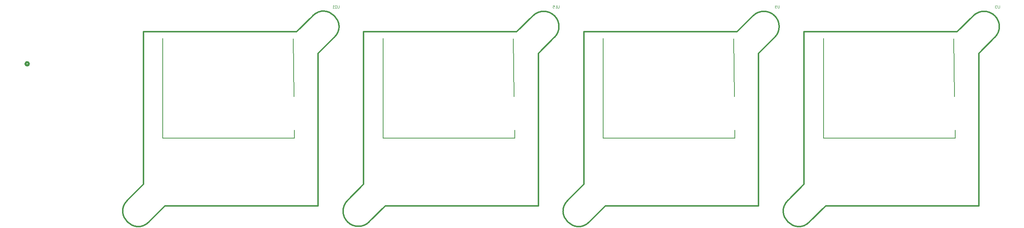
<source format=gbo>
G04*
G04 #@! TF.GenerationSoftware,Altium Limited,Altium Designer,22.1.2 (22)*
G04*
G04 Layer_Color=32896*
%FSLAX44Y44*%
%MOMM*%
G71*
G04*
G04 #@! TF.SameCoordinates,E8DC7784-5412-4491-ADA6-3D39AB0E1C33*
G04*
G04*
G04 #@! TF.FilePolarity,Positive*
G04*
G01*
G75*
%ADD10C,0.3000*%
%ADD11C,0.5080*%
%ADD19C,0.1000*%
%ADD126C,0.1270*%
D10*
X303100Y142825D02*
G03*
X352688Y93419I24794J-24703D01*
G01*
X776861Y517592D02*
G03*
X727455Y567180I-24703J24794D01*
G01*
X807199Y142825D02*
G03*
X856788Y93419I24794J-24703D01*
G01*
X1280961Y517592D02*
G03*
X1231554Y567180I-24703J24794D01*
G01*
X1311299Y142825D02*
G03*
X1360887Y93419I24794J-24703D01*
G01*
X1785060Y517592D02*
G03*
X1735654Y567180I-24703J24794D01*
G01*
X1815398Y142825D02*
G03*
X1864986Y93419I24794J-24703D01*
G01*
X2289160Y517592D02*
G03*
X2239753Y567180I-24703J24794D01*
G01*
X740004Y130276D02*
Y480869D01*
X352688Y93418D02*
X389411Y130276D01*
X740004D01*
X303100Y142825D02*
X340004Y179865D01*
Y530276D02*
X690415D01*
X727455Y567180D01*
X740004Y480869D02*
X776861Y517592D01*
X340004Y179865D02*
Y530276D01*
X1244103Y130276D02*
Y480869D01*
X856788Y93418D02*
X893510Y130276D01*
X1244103D01*
X807199Y142825D02*
X844103Y179865D01*
Y530276D02*
X1194515D01*
X1231554Y567180D01*
X1244103Y480869D02*
X1280961Y517592D01*
X844103Y179865D02*
Y530276D01*
X1748203Y130276D02*
Y480869D01*
X1360887Y93418D02*
X1397609Y130276D01*
X1748203D01*
X1311299Y142825D02*
X1348203Y179865D01*
Y530276D02*
X1698614D01*
X1735654Y567180D01*
X1748203Y480869D02*
X1785060Y517592D01*
X1348203Y179865D02*
Y530276D01*
X2252302Y130276D02*
Y480869D01*
X1864986Y93418D02*
X1901709Y130276D01*
X2252302D01*
X1815398Y142825D02*
X1852302Y179865D01*
Y530276D02*
X2202713D01*
X2239753Y567180D01*
X2252302Y480869D02*
X2289160Y517592D01*
X1852302Y179865D02*
Y530276D01*
D11*
X77500Y456720D02*
G03*
X77500Y456720I-3810J0D01*
G01*
D19*
X787654Y590960D02*
Y585962D01*
X786654Y584962D01*
X784655D01*
X783655Y585962D01*
Y590960D01*
X777657Y584962D02*
X781656D01*
X777657Y588961D01*
Y589960D01*
X778657Y590960D01*
X780656D01*
X781656Y589960D01*
X775658Y584962D02*
X773659D01*
X774658D01*
Y590960D01*
X775658Y589960D01*
X1291844Y590960D02*
Y585962D01*
X1290844Y584962D01*
X1288845D01*
X1287845Y585962D01*
Y590960D01*
X1285846Y584962D02*
X1283846D01*
X1284846D01*
Y590960D01*
X1285846Y589960D01*
X1276849Y590960D02*
X1280847D01*
Y587961D01*
X1278848Y588961D01*
X1277849D01*
X1276849Y587961D01*
Y585962D01*
X1277849Y584962D01*
X1279848D01*
X1280847Y585962D01*
X1795780Y590960D02*
Y585962D01*
X1794780Y584962D01*
X1792781D01*
X1791781Y585962D01*
Y590960D01*
X1789782Y585962D02*
X1788782Y584962D01*
X1786783D01*
X1785783Y585962D01*
Y589960D01*
X1786783Y590960D01*
X1788782D01*
X1789782Y589960D01*
Y588961D01*
X1788782Y587961D01*
X1785783D01*
X2299970Y590960D02*
Y585962D01*
X2298970Y584962D01*
X2296971D01*
X2295971Y585962D01*
Y590960D01*
X2293972Y589960D02*
X2292972Y590960D01*
X2290973D01*
X2289973Y589960D01*
Y588961D01*
X2290973Y587961D01*
X2291973D01*
X2290973D01*
X2289973Y586961D01*
Y585962D01*
X2290973Y584962D01*
X2292972D01*
X2293972Y585962D01*
D126*
X685818Y285992D02*
Y304604D01*
X384398Y285992D02*
X685818D01*
X384398D02*
Y315798D01*
X682770Y514858D02*
X684548Y381254D01*
X384398Y315230D02*
Y515230D01*
X1189917Y285992D02*
Y304604D01*
X888497Y285992D02*
X1189917D01*
X888497D02*
Y315798D01*
X1186869Y514858D02*
X1188647Y381254D01*
X888497Y315230D02*
Y515230D01*
X1694017Y285992D02*
Y304604D01*
X1392597Y285992D02*
X1694017D01*
X1392597D02*
Y315798D01*
X1690969Y514858D02*
X1692747Y381254D01*
X1392597Y315230D02*
Y515230D01*
X2198116Y285992D02*
Y304604D01*
X1896696Y285992D02*
X2198116D01*
X1896696D02*
Y315798D01*
X2195068Y514858D02*
X2196846Y381254D01*
X1896696Y315230D02*
Y515230D01*
M02*

</source>
